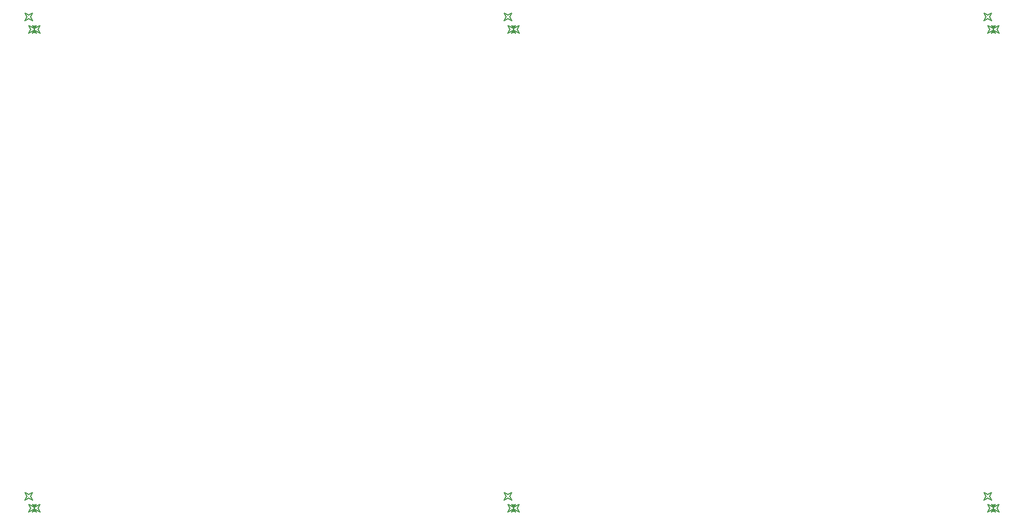
<source format=gbr>
%TF.GenerationSoftware,Altium Limited,Altium Designer,22.5.1 (42)*%
G04 Layer_Color=2752767*
%FSLAX26Y26*%
%MOIN*%
%TF.SameCoordinates,0DA79311-8CAD-460E-879A-7D23F4F2BAF0*%
%TF.FilePolarity,Positive*%
%TF.FileFunction,Drawing*%
%TF.Part,Single*%
G01*
G75*
%TA.AperFunction,NonConductor*%
%ADD42C,0.005000*%
D42*
X1544961Y4081181D02*
X1554961Y4101181D01*
X1544961Y4121181D01*
X1564961Y4111181D01*
X1584961Y4121181D01*
X1574961Y4101181D01*
X1584961Y4081181D01*
X1564961Y4091181D01*
X1544961Y4081181D01*
X1564646D02*
X1574646Y4101181D01*
X1564646Y4121181D01*
X1584646Y4111181D01*
X1604646Y4121181D01*
X1594646Y4101181D01*
X1604646Y4081181D01*
X1584646Y4091181D01*
X1564646Y4081181D01*
X4104016D02*
X4114016Y4101181D01*
X4104016Y4121181D01*
X4124016Y4111181D01*
X4144016Y4121181D01*
X4134016Y4101181D01*
X4144016Y4081181D01*
X4124016Y4091181D01*
X4104016Y4081181D01*
X4123701D02*
X4133701Y4101181D01*
X4123701Y4121181D01*
X4143701Y4111181D01*
X4163701Y4121181D01*
X4153701Y4101181D01*
X4163701Y4081181D01*
X4143701Y4091181D01*
X4123701Y4081181D01*
X6663071D02*
X6673071Y4101181D01*
X6663071Y4121181D01*
X6683071Y4111181D01*
X6703071Y4121181D01*
X6693071Y4101181D01*
X6703071Y4081181D01*
X6683071Y4091181D01*
X6663071Y4081181D01*
X6682756D02*
X6692756Y4101181D01*
X6682756Y4121181D01*
X6702756Y4111181D01*
X6722756Y4121181D01*
X6712756Y4101181D01*
X6722756Y4081181D01*
X6702756Y4091181D01*
X6682756Y4081181D01*
X6663071Y6640236D02*
X6673071Y6660236D01*
X6663071Y6680236D01*
X6683071Y6670236D01*
X6703071Y6680236D01*
X6693071Y6660236D01*
X6703071Y6640236D01*
X6683071Y6650236D01*
X6663071Y6640236D01*
X6682756D02*
X6692756Y6660236D01*
X6682756Y6680236D01*
X6702756Y6670236D01*
X6722756Y6680236D01*
X6712756Y6660236D01*
X6722756Y6640236D01*
X6702756Y6650236D01*
X6682756Y6640236D01*
X4104016D02*
X4114016Y6660236D01*
X4104016Y6680236D01*
X4124016Y6670236D01*
X4144016Y6680236D01*
X4134016Y6660236D01*
X4144016Y6640236D01*
X4124016Y6650236D01*
X4104016Y6640236D01*
X4123701D02*
X4133701Y6660236D01*
X4123701Y6680236D01*
X4143701Y6670236D01*
X4163701Y6680236D01*
X4153701Y6660236D01*
X4163701Y6640236D01*
X4143701Y6650236D01*
X4123701Y6640236D01*
X1564646D02*
X1574646Y6660236D01*
X1564646Y6680236D01*
X1584646Y6670236D01*
X1604646Y6680236D01*
X1594646Y6660236D01*
X1604646Y6640236D01*
X1584646Y6650236D01*
X1564646Y6640236D01*
X1544961D02*
X1554961Y6660236D01*
X1544961Y6680236D01*
X1564961Y6670236D01*
X1584961Y6680236D01*
X1574961Y6660236D01*
X1584961Y6640236D01*
X1564961Y6650236D01*
X1544961Y6640236D01*
X6643386Y6705591D02*
X6653386Y6725591D01*
X6643386Y6745591D01*
X6663386Y6735591D01*
X6683386Y6745591D01*
X6673386Y6725591D01*
X6683386Y6705591D01*
X6663386Y6715591D01*
X6643386Y6705591D01*
X4084331D02*
X4094331Y6725591D01*
X4084331Y6745591D01*
X4104331Y6735591D01*
X4124331Y6745591D01*
X4114331Y6725591D01*
X4124331Y6705591D01*
X4104331Y6715591D01*
X4084331Y6705591D01*
X1525275Y4146535D02*
X1535275Y4166535D01*
X1525275Y4186535D01*
X1545275Y4176535D01*
X1565275Y4186535D01*
X1555275Y4166535D01*
X1565275Y4146535D01*
X1545275Y4156535D01*
X1525275Y4146535D01*
X4084331D02*
X4094331Y4166535D01*
X4084331Y4186535D01*
X4104331Y4176535D01*
X4124331Y4186535D01*
X4114331Y4166535D01*
X4124331Y4146535D01*
X4104331Y4156535D01*
X4084331Y4146535D01*
X6643386D02*
X6653386Y4166535D01*
X6643386Y4186535D01*
X6663386Y4176535D01*
X6683386Y4186535D01*
X6673386Y4166535D01*
X6683386Y4146535D01*
X6663386Y4156535D01*
X6643386Y4146535D01*
X1525275Y6705591D02*
X1535275Y6725591D01*
X1525275Y6745591D01*
X1545275Y6735591D01*
X1565275Y6745591D01*
X1555275Y6725591D01*
X1565275Y6705591D01*
X1545275Y6715591D01*
X1525275Y6705591D01*
%TF.MD5,c4e51f5ab0a195abd120d3384c144aad*%
M02*

</source>
